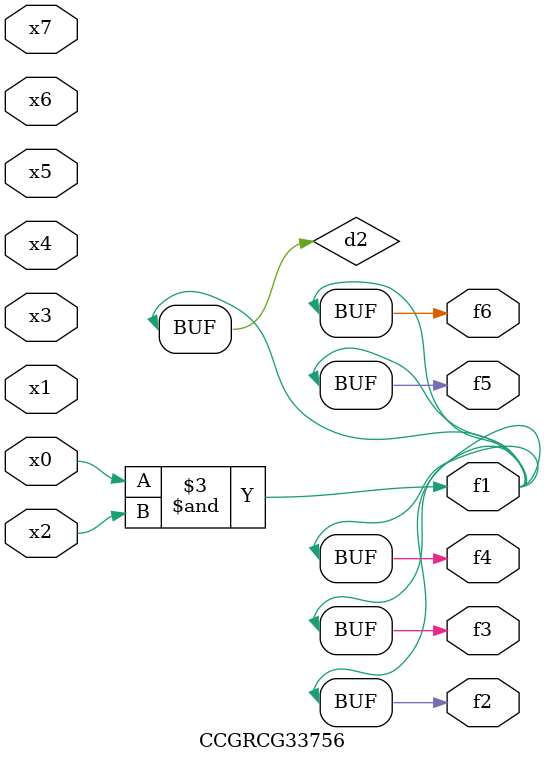
<source format=v>
module CCGRCG33756(
	input x0, x1, x2, x3, x4, x5, x6, x7,
	output f1, f2, f3, f4, f5, f6
);

	wire d1, d2;

	nor (d1, x3, x6);
	and (d2, x0, x2);
	assign f1 = d2;
	assign f2 = d2;
	assign f3 = d2;
	assign f4 = d2;
	assign f5 = d2;
	assign f6 = d2;
endmodule

</source>
